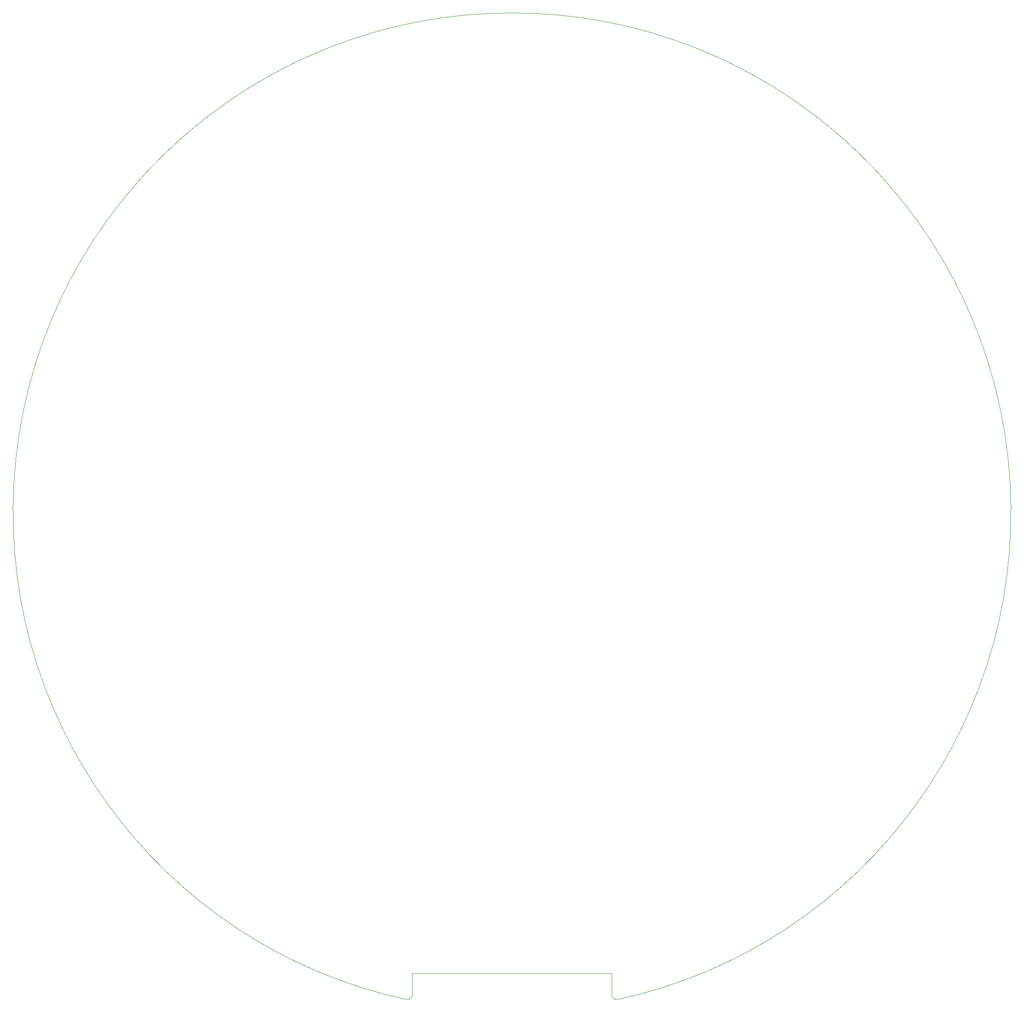
<source format=gm1>
G04*
G04 #@! TF.GenerationSoftware,Altium Limited,Altium Designer,18.0.9 (584)*
G04*
G04 Layer_Color=16711935*
%FSLAX25Y25*%
%MOIN*%
G70*
G01*
G75*
%ADD11C,0.00050*%
D11*
X477238Y115D02*
G03*
X310213Y115I-83512J384741D01*
G01*
X310213Y115D02*
G03*
X314985Y3962I835J3847D01*
G01*
X472466Y3962D02*
G03*
X477238Y115I3937J0D01*
G01*
X314985Y3962D02*
Y20683D01*
X472466D01*
Y3962D02*
Y20683D01*
M02*

</source>
